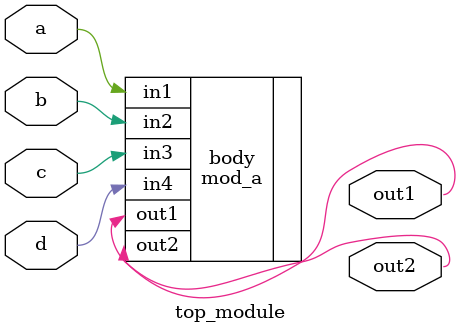
<source format=v>
module top_module ( 
    input a, 
    input b, 
    input c,
    input d,
    output out1,
    output out2
);
//by name
mod_a body(.out1(out1),
           .out2(out2),
           .in1(a),
           .in2(b),
           .in3(c),
           .in4(d)
            );
endmodule
</source>
